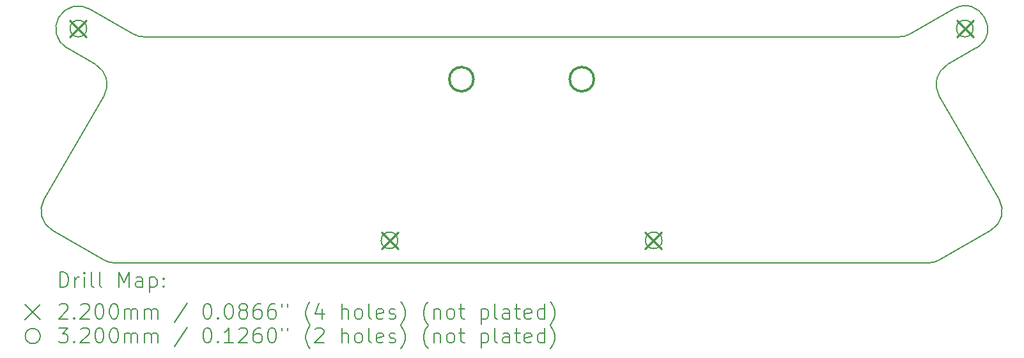
<source format=gbr>
%TF.GenerationSoftware,KiCad,Pcbnew,7.0.9*%
%TF.CreationDate,2024-01-11T17:23:22+09:00*%
%TF.ProjectId,KickerBoard,4b69636b-6572-4426-9f61-72642e6b6963,rev?*%
%TF.SameCoordinates,Original*%
%TF.FileFunction,Drillmap*%
%TF.FilePolarity,Positive*%
%FSLAX45Y45*%
G04 Gerber Fmt 4.5, Leading zero omitted, Abs format (unit mm)*
G04 Created by KiCad (PCBNEW 7.0.9) date 2024-01-11 17:23:22*
%MOMM*%
%LPD*%
G01*
G04 APERTURE LIST*
%ADD10C,0.200000*%
%ADD11C,0.220000*%
%ADD12C,0.320000*%
G04 APERTURE END LIST*
D10*
X19610490Y-8469415D02*
X19990875Y-8249800D01*
X19353717Y-11099799D02*
G75*
G03*
X19503717Y-11059608I3J299999D01*
G01*
X8209125Y-7989992D02*
G75*
G03*
X8209125Y-7989992I-110000J0D01*
G01*
X8586283Y-11099800D02*
X19353717Y-11099800D01*
X19950875Y-7989992D02*
G75*
G03*
X19950875Y-7989992I-110000J0D01*
G01*
X8439314Y-8879221D02*
G75*
G03*
X8329510Y-8469415I-259804J150001D01*
G01*
X8436284Y-11059607D02*
G75*
G03*
X8586283Y-11099800I149996J259787D01*
G01*
X20185769Y-10665827D02*
G75*
G03*
X20295575Y-10256018I-149999J259807D01*
G01*
X18970298Y-8099799D02*
G75*
G03*
X19120298Y-8059607I2J299999D01*
G01*
X19503717Y-11059608D02*
X20185768Y-10665826D01*
X8819703Y-8059606D02*
G75*
G03*
X8969702Y-8099800I149997J259786D01*
G01*
X19690875Y-7730185D02*
X19120298Y-8059608D01*
X18970298Y-8099800D02*
X8969702Y-8099800D01*
X7754232Y-10665826D02*
X8436283Y-11059608D01*
X8249125Y-7730184D02*
G75*
G03*
X7949125Y-8249800I-150001J-259808D01*
G01*
X7644426Y-10256019D02*
G75*
G03*
X7754232Y-10665826I259804J-150001D01*
G01*
X15830000Y-10799800D02*
G75*
G03*
X15830000Y-10799800I-110000J0D01*
G01*
X19610488Y-8469412D02*
G75*
G03*
X19500682Y-8879223I150002J-259808D01*
G01*
X8819702Y-8059608D02*
X8249125Y-7730185D01*
X12330000Y-10799800D02*
G75*
G03*
X12330000Y-10799800I-110000J0D01*
G01*
X20295575Y-10256018D02*
X19500682Y-8879223D01*
X19990870Y-8249792D02*
G75*
G03*
X19690875Y-7730185I-150000J259802D01*
G01*
X7949125Y-8249800D02*
X8329510Y-8469415D01*
X8439318Y-8879223D02*
X7644425Y-10256018D01*
D11*
X7987520Y-7880840D02*
X8207520Y-8100840D01*
X8207520Y-7880840D02*
X7987520Y-8100840D01*
X12112480Y-10690080D02*
X12332480Y-10910080D01*
X12332480Y-10690080D02*
X12112480Y-10910080D01*
X15607520Y-10690080D02*
X15827520Y-10910080D01*
X15827520Y-10690080D02*
X15607520Y-10910080D01*
X19732480Y-7880840D02*
X19952480Y-8100840D01*
X19952480Y-7880840D02*
X19732480Y-8100840D01*
D12*
X13332440Y-8661400D02*
G75*
G03*
X13332440Y-8661400I-160000J0D01*
G01*
X14927560Y-8661400D02*
G75*
G03*
X14927560Y-8661400I-160000J0D01*
G01*
D10*
X7855010Y-11421284D02*
X7855010Y-11221284D01*
X7855010Y-11221284D02*
X7902629Y-11221284D01*
X7902629Y-11221284D02*
X7931200Y-11230808D01*
X7931200Y-11230808D02*
X7950248Y-11249855D01*
X7950248Y-11249855D02*
X7959772Y-11268903D01*
X7959772Y-11268903D02*
X7969295Y-11306998D01*
X7969295Y-11306998D02*
X7969295Y-11335569D01*
X7969295Y-11335569D02*
X7959772Y-11373665D01*
X7959772Y-11373665D02*
X7950248Y-11392712D01*
X7950248Y-11392712D02*
X7931200Y-11411760D01*
X7931200Y-11411760D02*
X7902629Y-11421284D01*
X7902629Y-11421284D02*
X7855010Y-11421284D01*
X8055010Y-11421284D02*
X8055010Y-11287950D01*
X8055010Y-11326046D02*
X8064534Y-11306998D01*
X8064534Y-11306998D02*
X8074057Y-11297474D01*
X8074057Y-11297474D02*
X8093105Y-11287950D01*
X8093105Y-11287950D02*
X8112153Y-11287950D01*
X8178819Y-11421284D02*
X8178819Y-11287950D01*
X8178819Y-11221284D02*
X8169295Y-11230808D01*
X8169295Y-11230808D02*
X8178819Y-11240331D01*
X8178819Y-11240331D02*
X8188343Y-11230808D01*
X8188343Y-11230808D02*
X8178819Y-11221284D01*
X8178819Y-11221284D02*
X8178819Y-11240331D01*
X8302629Y-11421284D02*
X8283581Y-11411760D01*
X8283581Y-11411760D02*
X8274057Y-11392712D01*
X8274057Y-11392712D02*
X8274057Y-11221284D01*
X8407391Y-11421284D02*
X8388343Y-11411760D01*
X8388343Y-11411760D02*
X8378819Y-11392712D01*
X8378819Y-11392712D02*
X8378819Y-11221284D01*
X8635962Y-11421284D02*
X8635962Y-11221284D01*
X8635962Y-11221284D02*
X8702629Y-11364141D01*
X8702629Y-11364141D02*
X8769296Y-11221284D01*
X8769296Y-11221284D02*
X8769296Y-11421284D01*
X8950248Y-11421284D02*
X8950248Y-11316522D01*
X8950248Y-11316522D02*
X8940724Y-11297474D01*
X8940724Y-11297474D02*
X8921677Y-11287950D01*
X8921677Y-11287950D02*
X8883581Y-11287950D01*
X8883581Y-11287950D02*
X8864534Y-11297474D01*
X8950248Y-11411760D02*
X8931200Y-11421284D01*
X8931200Y-11421284D02*
X8883581Y-11421284D01*
X8883581Y-11421284D02*
X8864534Y-11411760D01*
X8864534Y-11411760D02*
X8855010Y-11392712D01*
X8855010Y-11392712D02*
X8855010Y-11373665D01*
X8855010Y-11373665D02*
X8864534Y-11354617D01*
X8864534Y-11354617D02*
X8883581Y-11345093D01*
X8883581Y-11345093D02*
X8931200Y-11345093D01*
X8931200Y-11345093D02*
X8950248Y-11335569D01*
X9045486Y-11287950D02*
X9045486Y-11487950D01*
X9045486Y-11297474D02*
X9064534Y-11287950D01*
X9064534Y-11287950D02*
X9102629Y-11287950D01*
X9102629Y-11287950D02*
X9121677Y-11297474D01*
X9121677Y-11297474D02*
X9131200Y-11306998D01*
X9131200Y-11306998D02*
X9140724Y-11326046D01*
X9140724Y-11326046D02*
X9140724Y-11383188D01*
X9140724Y-11383188D02*
X9131200Y-11402236D01*
X9131200Y-11402236D02*
X9121677Y-11411760D01*
X9121677Y-11411760D02*
X9102629Y-11421284D01*
X9102629Y-11421284D02*
X9064534Y-11421284D01*
X9064534Y-11421284D02*
X9045486Y-11411760D01*
X9226438Y-11402236D02*
X9235962Y-11411760D01*
X9235962Y-11411760D02*
X9226438Y-11421284D01*
X9226438Y-11421284D02*
X9216915Y-11411760D01*
X9216915Y-11411760D02*
X9226438Y-11402236D01*
X9226438Y-11402236D02*
X9226438Y-11421284D01*
X9226438Y-11297474D02*
X9235962Y-11306998D01*
X9235962Y-11306998D02*
X9226438Y-11316522D01*
X9226438Y-11316522D02*
X9216915Y-11306998D01*
X9216915Y-11306998D02*
X9226438Y-11297474D01*
X9226438Y-11297474D02*
X9226438Y-11316522D01*
X7394233Y-11649800D02*
X7594233Y-11849800D01*
X7594233Y-11649800D02*
X7394233Y-11849800D01*
X7845486Y-11660331D02*
X7855010Y-11650808D01*
X7855010Y-11650808D02*
X7874057Y-11641284D01*
X7874057Y-11641284D02*
X7921676Y-11641284D01*
X7921676Y-11641284D02*
X7940724Y-11650808D01*
X7940724Y-11650808D02*
X7950248Y-11660331D01*
X7950248Y-11660331D02*
X7959772Y-11679379D01*
X7959772Y-11679379D02*
X7959772Y-11698427D01*
X7959772Y-11698427D02*
X7950248Y-11726998D01*
X7950248Y-11726998D02*
X7835962Y-11841284D01*
X7835962Y-11841284D02*
X7959772Y-11841284D01*
X8045486Y-11822236D02*
X8055010Y-11831760D01*
X8055010Y-11831760D02*
X8045486Y-11841284D01*
X8045486Y-11841284D02*
X8035962Y-11831760D01*
X8035962Y-11831760D02*
X8045486Y-11822236D01*
X8045486Y-11822236D02*
X8045486Y-11841284D01*
X8131200Y-11660331D02*
X8140724Y-11650808D01*
X8140724Y-11650808D02*
X8159772Y-11641284D01*
X8159772Y-11641284D02*
X8207391Y-11641284D01*
X8207391Y-11641284D02*
X8226438Y-11650808D01*
X8226438Y-11650808D02*
X8235962Y-11660331D01*
X8235962Y-11660331D02*
X8245486Y-11679379D01*
X8245486Y-11679379D02*
X8245486Y-11698427D01*
X8245486Y-11698427D02*
X8235962Y-11726998D01*
X8235962Y-11726998D02*
X8121676Y-11841284D01*
X8121676Y-11841284D02*
X8245486Y-11841284D01*
X8369295Y-11641284D02*
X8388343Y-11641284D01*
X8388343Y-11641284D02*
X8407391Y-11650808D01*
X8407391Y-11650808D02*
X8416915Y-11660331D01*
X8416915Y-11660331D02*
X8426438Y-11679379D01*
X8426438Y-11679379D02*
X8435962Y-11717474D01*
X8435962Y-11717474D02*
X8435962Y-11765093D01*
X8435962Y-11765093D02*
X8426438Y-11803188D01*
X8426438Y-11803188D02*
X8416915Y-11822236D01*
X8416915Y-11822236D02*
X8407391Y-11831760D01*
X8407391Y-11831760D02*
X8388343Y-11841284D01*
X8388343Y-11841284D02*
X8369295Y-11841284D01*
X8369295Y-11841284D02*
X8350248Y-11831760D01*
X8350248Y-11831760D02*
X8340724Y-11822236D01*
X8340724Y-11822236D02*
X8331200Y-11803188D01*
X8331200Y-11803188D02*
X8321676Y-11765093D01*
X8321676Y-11765093D02*
X8321676Y-11717474D01*
X8321676Y-11717474D02*
X8331200Y-11679379D01*
X8331200Y-11679379D02*
X8340724Y-11660331D01*
X8340724Y-11660331D02*
X8350248Y-11650808D01*
X8350248Y-11650808D02*
X8369295Y-11641284D01*
X8559772Y-11641284D02*
X8578819Y-11641284D01*
X8578819Y-11641284D02*
X8597867Y-11650808D01*
X8597867Y-11650808D02*
X8607391Y-11660331D01*
X8607391Y-11660331D02*
X8616915Y-11679379D01*
X8616915Y-11679379D02*
X8626438Y-11717474D01*
X8626438Y-11717474D02*
X8626438Y-11765093D01*
X8626438Y-11765093D02*
X8616915Y-11803188D01*
X8616915Y-11803188D02*
X8607391Y-11822236D01*
X8607391Y-11822236D02*
X8597867Y-11831760D01*
X8597867Y-11831760D02*
X8578819Y-11841284D01*
X8578819Y-11841284D02*
X8559772Y-11841284D01*
X8559772Y-11841284D02*
X8540724Y-11831760D01*
X8540724Y-11831760D02*
X8531200Y-11822236D01*
X8531200Y-11822236D02*
X8521677Y-11803188D01*
X8521677Y-11803188D02*
X8512153Y-11765093D01*
X8512153Y-11765093D02*
X8512153Y-11717474D01*
X8512153Y-11717474D02*
X8521677Y-11679379D01*
X8521677Y-11679379D02*
X8531200Y-11660331D01*
X8531200Y-11660331D02*
X8540724Y-11650808D01*
X8540724Y-11650808D02*
X8559772Y-11641284D01*
X8712153Y-11841284D02*
X8712153Y-11707950D01*
X8712153Y-11726998D02*
X8721677Y-11717474D01*
X8721677Y-11717474D02*
X8740724Y-11707950D01*
X8740724Y-11707950D02*
X8769296Y-11707950D01*
X8769296Y-11707950D02*
X8788343Y-11717474D01*
X8788343Y-11717474D02*
X8797867Y-11736522D01*
X8797867Y-11736522D02*
X8797867Y-11841284D01*
X8797867Y-11736522D02*
X8807391Y-11717474D01*
X8807391Y-11717474D02*
X8826438Y-11707950D01*
X8826438Y-11707950D02*
X8855010Y-11707950D01*
X8855010Y-11707950D02*
X8874058Y-11717474D01*
X8874058Y-11717474D02*
X8883581Y-11736522D01*
X8883581Y-11736522D02*
X8883581Y-11841284D01*
X8978819Y-11841284D02*
X8978819Y-11707950D01*
X8978819Y-11726998D02*
X8988343Y-11717474D01*
X8988343Y-11717474D02*
X9007391Y-11707950D01*
X9007391Y-11707950D02*
X9035962Y-11707950D01*
X9035962Y-11707950D02*
X9055010Y-11717474D01*
X9055010Y-11717474D02*
X9064534Y-11736522D01*
X9064534Y-11736522D02*
X9064534Y-11841284D01*
X9064534Y-11736522D02*
X9074058Y-11717474D01*
X9074058Y-11717474D02*
X9093105Y-11707950D01*
X9093105Y-11707950D02*
X9121677Y-11707950D01*
X9121677Y-11707950D02*
X9140724Y-11717474D01*
X9140724Y-11717474D02*
X9150248Y-11736522D01*
X9150248Y-11736522D02*
X9150248Y-11841284D01*
X9540724Y-11631760D02*
X9369296Y-11888903D01*
X9797867Y-11641284D02*
X9816915Y-11641284D01*
X9816915Y-11641284D02*
X9835962Y-11650808D01*
X9835962Y-11650808D02*
X9845486Y-11660331D01*
X9845486Y-11660331D02*
X9855010Y-11679379D01*
X9855010Y-11679379D02*
X9864534Y-11717474D01*
X9864534Y-11717474D02*
X9864534Y-11765093D01*
X9864534Y-11765093D02*
X9855010Y-11803188D01*
X9855010Y-11803188D02*
X9845486Y-11822236D01*
X9845486Y-11822236D02*
X9835962Y-11831760D01*
X9835962Y-11831760D02*
X9816915Y-11841284D01*
X9816915Y-11841284D02*
X9797867Y-11841284D01*
X9797867Y-11841284D02*
X9778820Y-11831760D01*
X9778820Y-11831760D02*
X9769296Y-11822236D01*
X9769296Y-11822236D02*
X9759772Y-11803188D01*
X9759772Y-11803188D02*
X9750248Y-11765093D01*
X9750248Y-11765093D02*
X9750248Y-11717474D01*
X9750248Y-11717474D02*
X9759772Y-11679379D01*
X9759772Y-11679379D02*
X9769296Y-11660331D01*
X9769296Y-11660331D02*
X9778820Y-11650808D01*
X9778820Y-11650808D02*
X9797867Y-11641284D01*
X9950248Y-11822236D02*
X9959772Y-11831760D01*
X9959772Y-11831760D02*
X9950248Y-11841284D01*
X9950248Y-11841284D02*
X9940724Y-11831760D01*
X9940724Y-11831760D02*
X9950248Y-11822236D01*
X9950248Y-11822236D02*
X9950248Y-11841284D01*
X10083581Y-11641284D02*
X10102629Y-11641284D01*
X10102629Y-11641284D02*
X10121677Y-11650808D01*
X10121677Y-11650808D02*
X10131201Y-11660331D01*
X10131201Y-11660331D02*
X10140724Y-11679379D01*
X10140724Y-11679379D02*
X10150248Y-11717474D01*
X10150248Y-11717474D02*
X10150248Y-11765093D01*
X10150248Y-11765093D02*
X10140724Y-11803188D01*
X10140724Y-11803188D02*
X10131201Y-11822236D01*
X10131201Y-11822236D02*
X10121677Y-11831760D01*
X10121677Y-11831760D02*
X10102629Y-11841284D01*
X10102629Y-11841284D02*
X10083581Y-11841284D01*
X10083581Y-11841284D02*
X10064534Y-11831760D01*
X10064534Y-11831760D02*
X10055010Y-11822236D01*
X10055010Y-11822236D02*
X10045486Y-11803188D01*
X10045486Y-11803188D02*
X10035962Y-11765093D01*
X10035962Y-11765093D02*
X10035962Y-11717474D01*
X10035962Y-11717474D02*
X10045486Y-11679379D01*
X10045486Y-11679379D02*
X10055010Y-11660331D01*
X10055010Y-11660331D02*
X10064534Y-11650808D01*
X10064534Y-11650808D02*
X10083581Y-11641284D01*
X10264534Y-11726998D02*
X10245486Y-11717474D01*
X10245486Y-11717474D02*
X10235962Y-11707950D01*
X10235962Y-11707950D02*
X10226439Y-11688903D01*
X10226439Y-11688903D02*
X10226439Y-11679379D01*
X10226439Y-11679379D02*
X10235962Y-11660331D01*
X10235962Y-11660331D02*
X10245486Y-11650808D01*
X10245486Y-11650808D02*
X10264534Y-11641284D01*
X10264534Y-11641284D02*
X10302629Y-11641284D01*
X10302629Y-11641284D02*
X10321677Y-11650808D01*
X10321677Y-11650808D02*
X10331201Y-11660331D01*
X10331201Y-11660331D02*
X10340724Y-11679379D01*
X10340724Y-11679379D02*
X10340724Y-11688903D01*
X10340724Y-11688903D02*
X10331201Y-11707950D01*
X10331201Y-11707950D02*
X10321677Y-11717474D01*
X10321677Y-11717474D02*
X10302629Y-11726998D01*
X10302629Y-11726998D02*
X10264534Y-11726998D01*
X10264534Y-11726998D02*
X10245486Y-11736522D01*
X10245486Y-11736522D02*
X10235962Y-11746046D01*
X10235962Y-11746046D02*
X10226439Y-11765093D01*
X10226439Y-11765093D02*
X10226439Y-11803188D01*
X10226439Y-11803188D02*
X10235962Y-11822236D01*
X10235962Y-11822236D02*
X10245486Y-11831760D01*
X10245486Y-11831760D02*
X10264534Y-11841284D01*
X10264534Y-11841284D02*
X10302629Y-11841284D01*
X10302629Y-11841284D02*
X10321677Y-11831760D01*
X10321677Y-11831760D02*
X10331201Y-11822236D01*
X10331201Y-11822236D02*
X10340724Y-11803188D01*
X10340724Y-11803188D02*
X10340724Y-11765093D01*
X10340724Y-11765093D02*
X10331201Y-11746046D01*
X10331201Y-11746046D02*
X10321677Y-11736522D01*
X10321677Y-11736522D02*
X10302629Y-11726998D01*
X10512153Y-11641284D02*
X10474058Y-11641284D01*
X10474058Y-11641284D02*
X10455010Y-11650808D01*
X10455010Y-11650808D02*
X10445486Y-11660331D01*
X10445486Y-11660331D02*
X10426439Y-11688903D01*
X10426439Y-11688903D02*
X10416915Y-11726998D01*
X10416915Y-11726998D02*
X10416915Y-11803188D01*
X10416915Y-11803188D02*
X10426439Y-11822236D01*
X10426439Y-11822236D02*
X10435962Y-11831760D01*
X10435962Y-11831760D02*
X10455010Y-11841284D01*
X10455010Y-11841284D02*
X10493105Y-11841284D01*
X10493105Y-11841284D02*
X10512153Y-11831760D01*
X10512153Y-11831760D02*
X10521677Y-11822236D01*
X10521677Y-11822236D02*
X10531201Y-11803188D01*
X10531201Y-11803188D02*
X10531201Y-11755569D01*
X10531201Y-11755569D02*
X10521677Y-11736522D01*
X10521677Y-11736522D02*
X10512153Y-11726998D01*
X10512153Y-11726998D02*
X10493105Y-11717474D01*
X10493105Y-11717474D02*
X10455010Y-11717474D01*
X10455010Y-11717474D02*
X10435962Y-11726998D01*
X10435962Y-11726998D02*
X10426439Y-11736522D01*
X10426439Y-11736522D02*
X10416915Y-11755569D01*
X10702629Y-11641284D02*
X10664534Y-11641284D01*
X10664534Y-11641284D02*
X10645486Y-11650808D01*
X10645486Y-11650808D02*
X10635962Y-11660331D01*
X10635962Y-11660331D02*
X10616915Y-11688903D01*
X10616915Y-11688903D02*
X10607391Y-11726998D01*
X10607391Y-11726998D02*
X10607391Y-11803188D01*
X10607391Y-11803188D02*
X10616915Y-11822236D01*
X10616915Y-11822236D02*
X10626439Y-11831760D01*
X10626439Y-11831760D02*
X10645486Y-11841284D01*
X10645486Y-11841284D02*
X10683582Y-11841284D01*
X10683582Y-11841284D02*
X10702629Y-11831760D01*
X10702629Y-11831760D02*
X10712153Y-11822236D01*
X10712153Y-11822236D02*
X10721677Y-11803188D01*
X10721677Y-11803188D02*
X10721677Y-11755569D01*
X10721677Y-11755569D02*
X10712153Y-11736522D01*
X10712153Y-11736522D02*
X10702629Y-11726998D01*
X10702629Y-11726998D02*
X10683582Y-11717474D01*
X10683582Y-11717474D02*
X10645486Y-11717474D01*
X10645486Y-11717474D02*
X10626439Y-11726998D01*
X10626439Y-11726998D02*
X10616915Y-11736522D01*
X10616915Y-11736522D02*
X10607391Y-11755569D01*
X10797867Y-11641284D02*
X10797867Y-11679379D01*
X10874058Y-11641284D02*
X10874058Y-11679379D01*
X11169296Y-11917474D02*
X11159772Y-11907950D01*
X11159772Y-11907950D02*
X11140724Y-11879379D01*
X11140724Y-11879379D02*
X11131201Y-11860331D01*
X11131201Y-11860331D02*
X11121677Y-11831760D01*
X11121677Y-11831760D02*
X11112153Y-11784141D01*
X11112153Y-11784141D02*
X11112153Y-11746046D01*
X11112153Y-11746046D02*
X11121677Y-11698427D01*
X11121677Y-11698427D02*
X11131201Y-11669855D01*
X11131201Y-11669855D02*
X11140724Y-11650808D01*
X11140724Y-11650808D02*
X11159772Y-11622236D01*
X11159772Y-11622236D02*
X11169296Y-11612712D01*
X11331201Y-11707950D02*
X11331201Y-11841284D01*
X11283581Y-11631760D02*
X11235962Y-11774617D01*
X11235962Y-11774617D02*
X11359772Y-11774617D01*
X11588343Y-11841284D02*
X11588343Y-11641284D01*
X11674058Y-11841284D02*
X11674058Y-11736522D01*
X11674058Y-11736522D02*
X11664534Y-11717474D01*
X11664534Y-11717474D02*
X11645486Y-11707950D01*
X11645486Y-11707950D02*
X11616915Y-11707950D01*
X11616915Y-11707950D02*
X11597867Y-11717474D01*
X11597867Y-11717474D02*
X11588343Y-11726998D01*
X11797867Y-11841284D02*
X11778820Y-11831760D01*
X11778820Y-11831760D02*
X11769296Y-11822236D01*
X11769296Y-11822236D02*
X11759772Y-11803188D01*
X11759772Y-11803188D02*
X11759772Y-11746046D01*
X11759772Y-11746046D02*
X11769296Y-11726998D01*
X11769296Y-11726998D02*
X11778820Y-11717474D01*
X11778820Y-11717474D02*
X11797867Y-11707950D01*
X11797867Y-11707950D02*
X11826439Y-11707950D01*
X11826439Y-11707950D02*
X11845486Y-11717474D01*
X11845486Y-11717474D02*
X11855010Y-11726998D01*
X11855010Y-11726998D02*
X11864534Y-11746046D01*
X11864534Y-11746046D02*
X11864534Y-11803188D01*
X11864534Y-11803188D02*
X11855010Y-11822236D01*
X11855010Y-11822236D02*
X11845486Y-11831760D01*
X11845486Y-11831760D02*
X11826439Y-11841284D01*
X11826439Y-11841284D02*
X11797867Y-11841284D01*
X11978820Y-11841284D02*
X11959772Y-11831760D01*
X11959772Y-11831760D02*
X11950248Y-11812712D01*
X11950248Y-11812712D02*
X11950248Y-11641284D01*
X12131201Y-11831760D02*
X12112153Y-11841284D01*
X12112153Y-11841284D02*
X12074058Y-11841284D01*
X12074058Y-11841284D02*
X12055010Y-11831760D01*
X12055010Y-11831760D02*
X12045486Y-11812712D01*
X12045486Y-11812712D02*
X12045486Y-11736522D01*
X12045486Y-11736522D02*
X12055010Y-11717474D01*
X12055010Y-11717474D02*
X12074058Y-11707950D01*
X12074058Y-11707950D02*
X12112153Y-11707950D01*
X12112153Y-11707950D02*
X12131201Y-11717474D01*
X12131201Y-11717474D02*
X12140724Y-11736522D01*
X12140724Y-11736522D02*
X12140724Y-11755569D01*
X12140724Y-11755569D02*
X12045486Y-11774617D01*
X12216915Y-11831760D02*
X12235963Y-11841284D01*
X12235963Y-11841284D02*
X12274058Y-11841284D01*
X12274058Y-11841284D02*
X12293105Y-11831760D01*
X12293105Y-11831760D02*
X12302629Y-11812712D01*
X12302629Y-11812712D02*
X12302629Y-11803188D01*
X12302629Y-11803188D02*
X12293105Y-11784141D01*
X12293105Y-11784141D02*
X12274058Y-11774617D01*
X12274058Y-11774617D02*
X12245486Y-11774617D01*
X12245486Y-11774617D02*
X12226439Y-11765093D01*
X12226439Y-11765093D02*
X12216915Y-11746046D01*
X12216915Y-11746046D02*
X12216915Y-11736522D01*
X12216915Y-11736522D02*
X12226439Y-11717474D01*
X12226439Y-11717474D02*
X12245486Y-11707950D01*
X12245486Y-11707950D02*
X12274058Y-11707950D01*
X12274058Y-11707950D02*
X12293105Y-11717474D01*
X12369296Y-11917474D02*
X12378820Y-11907950D01*
X12378820Y-11907950D02*
X12397867Y-11879379D01*
X12397867Y-11879379D02*
X12407391Y-11860331D01*
X12407391Y-11860331D02*
X12416915Y-11831760D01*
X12416915Y-11831760D02*
X12426439Y-11784141D01*
X12426439Y-11784141D02*
X12426439Y-11746046D01*
X12426439Y-11746046D02*
X12416915Y-11698427D01*
X12416915Y-11698427D02*
X12407391Y-11669855D01*
X12407391Y-11669855D02*
X12397867Y-11650808D01*
X12397867Y-11650808D02*
X12378820Y-11622236D01*
X12378820Y-11622236D02*
X12369296Y-11612712D01*
X12731201Y-11917474D02*
X12721677Y-11907950D01*
X12721677Y-11907950D02*
X12702629Y-11879379D01*
X12702629Y-11879379D02*
X12693105Y-11860331D01*
X12693105Y-11860331D02*
X12683582Y-11831760D01*
X12683582Y-11831760D02*
X12674058Y-11784141D01*
X12674058Y-11784141D02*
X12674058Y-11746046D01*
X12674058Y-11746046D02*
X12683582Y-11698427D01*
X12683582Y-11698427D02*
X12693105Y-11669855D01*
X12693105Y-11669855D02*
X12702629Y-11650808D01*
X12702629Y-11650808D02*
X12721677Y-11622236D01*
X12721677Y-11622236D02*
X12731201Y-11612712D01*
X12807391Y-11707950D02*
X12807391Y-11841284D01*
X12807391Y-11726998D02*
X12816915Y-11717474D01*
X12816915Y-11717474D02*
X12835963Y-11707950D01*
X12835963Y-11707950D02*
X12864534Y-11707950D01*
X12864534Y-11707950D02*
X12883582Y-11717474D01*
X12883582Y-11717474D02*
X12893105Y-11736522D01*
X12893105Y-11736522D02*
X12893105Y-11841284D01*
X13016915Y-11841284D02*
X12997867Y-11831760D01*
X12997867Y-11831760D02*
X12988344Y-11822236D01*
X12988344Y-11822236D02*
X12978820Y-11803188D01*
X12978820Y-11803188D02*
X12978820Y-11746046D01*
X12978820Y-11746046D02*
X12988344Y-11726998D01*
X12988344Y-11726998D02*
X12997867Y-11717474D01*
X12997867Y-11717474D02*
X13016915Y-11707950D01*
X13016915Y-11707950D02*
X13045486Y-11707950D01*
X13045486Y-11707950D02*
X13064534Y-11717474D01*
X13064534Y-11717474D02*
X13074058Y-11726998D01*
X13074058Y-11726998D02*
X13083582Y-11746046D01*
X13083582Y-11746046D02*
X13083582Y-11803188D01*
X13083582Y-11803188D02*
X13074058Y-11822236D01*
X13074058Y-11822236D02*
X13064534Y-11831760D01*
X13064534Y-11831760D02*
X13045486Y-11841284D01*
X13045486Y-11841284D02*
X13016915Y-11841284D01*
X13140725Y-11707950D02*
X13216915Y-11707950D01*
X13169296Y-11641284D02*
X13169296Y-11812712D01*
X13169296Y-11812712D02*
X13178820Y-11831760D01*
X13178820Y-11831760D02*
X13197867Y-11841284D01*
X13197867Y-11841284D02*
X13216915Y-11841284D01*
X13435963Y-11707950D02*
X13435963Y-11907950D01*
X13435963Y-11717474D02*
X13455010Y-11707950D01*
X13455010Y-11707950D02*
X13493106Y-11707950D01*
X13493106Y-11707950D02*
X13512153Y-11717474D01*
X13512153Y-11717474D02*
X13521677Y-11726998D01*
X13521677Y-11726998D02*
X13531201Y-11746046D01*
X13531201Y-11746046D02*
X13531201Y-11803188D01*
X13531201Y-11803188D02*
X13521677Y-11822236D01*
X13521677Y-11822236D02*
X13512153Y-11831760D01*
X13512153Y-11831760D02*
X13493106Y-11841284D01*
X13493106Y-11841284D02*
X13455010Y-11841284D01*
X13455010Y-11841284D02*
X13435963Y-11831760D01*
X13645486Y-11841284D02*
X13626439Y-11831760D01*
X13626439Y-11831760D02*
X13616915Y-11812712D01*
X13616915Y-11812712D02*
X13616915Y-11641284D01*
X13807391Y-11841284D02*
X13807391Y-11736522D01*
X13807391Y-11736522D02*
X13797867Y-11717474D01*
X13797867Y-11717474D02*
X13778820Y-11707950D01*
X13778820Y-11707950D02*
X13740725Y-11707950D01*
X13740725Y-11707950D02*
X13721677Y-11717474D01*
X13807391Y-11831760D02*
X13788344Y-11841284D01*
X13788344Y-11841284D02*
X13740725Y-11841284D01*
X13740725Y-11841284D02*
X13721677Y-11831760D01*
X13721677Y-11831760D02*
X13712153Y-11812712D01*
X13712153Y-11812712D02*
X13712153Y-11793665D01*
X13712153Y-11793665D02*
X13721677Y-11774617D01*
X13721677Y-11774617D02*
X13740725Y-11765093D01*
X13740725Y-11765093D02*
X13788344Y-11765093D01*
X13788344Y-11765093D02*
X13807391Y-11755569D01*
X13874058Y-11707950D02*
X13950248Y-11707950D01*
X13902629Y-11641284D02*
X13902629Y-11812712D01*
X13902629Y-11812712D02*
X13912153Y-11831760D01*
X13912153Y-11831760D02*
X13931201Y-11841284D01*
X13931201Y-11841284D02*
X13950248Y-11841284D01*
X14093106Y-11831760D02*
X14074058Y-11841284D01*
X14074058Y-11841284D02*
X14035963Y-11841284D01*
X14035963Y-11841284D02*
X14016915Y-11831760D01*
X14016915Y-11831760D02*
X14007391Y-11812712D01*
X14007391Y-11812712D02*
X14007391Y-11736522D01*
X14007391Y-11736522D02*
X14016915Y-11717474D01*
X14016915Y-11717474D02*
X14035963Y-11707950D01*
X14035963Y-11707950D02*
X14074058Y-11707950D01*
X14074058Y-11707950D02*
X14093106Y-11717474D01*
X14093106Y-11717474D02*
X14102629Y-11736522D01*
X14102629Y-11736522D02*
X14102629Y-11755569D01*
X14102629Y-11755569D02*
X14007391Y-11774617D01*
X14274058Y-11841284D02*
X14274058Y-11641284D01*
X14274058Y-11831760D02*
X14255010Y-11841284D01*
X14255010Y-11841284D02*
X14216915Y-11841284D01*
X14216915Y-11841284D02*
X14197867Y-11831760D01*
X14197867Y-11831760D02*
X14188344Y-11822236D01*
X14188344Y-11822236D02*
X14178820Y-11803188D01*
X14178820Y-11803188D02*
X14178820Y-11746046D01*
X14178820Y-11746046D02*
X14188344Y-11726998D01*
X14188344Y-11726998D02*
X14197867Y-11717474D01*
X14197867Y-11717474D02*
X14216915Y-11707950D01*
X14216915Y-11707950D02*
X14255010Y-11707950D01*
X14255010Y-11707950D02*
X14274058Y-11717474D01*
X14350248Y-11917474D02*
X14359772Y-11907950D01*
X14359772Y-11907950D02*
X14378820Y-11879379D01*
X14378820Y-11879379D02*
X14388344Y-11860331D01*
X14388344Y-11860331D02*
X14397867Y-11831760D01*
X14397867Y-11831760D02*
X14407391Y-11784141D01*
X14407391Y-11784141D02*
X14407391Y-11746046D01*
X14407391Y-11746046D02*
X14397867Y-11698427D01*
X14397867Y-11698427D02*
X14388344Y-11669855D01*
X14388344Y-11669855D02*
X14378820Y-11650808D01*
X14378820Y-11650808D02*
X14359772Y-11622236D01*
X14359772Y-11622236D02*
X14350248Y-11612712D01*
X7594233Y-12069800D02*
G75*
G03*
X7594233Y-12069800I-100000J0D01*
G01*
X7835962Y-11961284D02*
X7959772Y-11961284D01*
X7959772Y-11961284D02*
X7893105Y-12037474D01*
X7893105Y-12037474D02*
X7921676Y-12037474D01*
X7921676Y-12037474D02*
X7940724Y-12046998D01*
X7940724Y-12046998D02*
X7950248Y-12056522D01*
X7950248Y-12056522D02*
X7959772Y-12075569D01*
X7959772Y-12075569D02*
X7959772Y-12123188D01*
X7959772Y-12123188D02*
X7950248Y-12142236D01*
X7950248Y-12142236D02*
X7940724Y-12151760D01*
X7940724Y-12151760D02*
X7921676Y-12161284D01*
X7921676Y-12161284D02*
X7864534Y-12161284D01*
X7864534Y-12161284D02*
X7845486Y-12151760D01*
X7845486Y-12151760D02*
X7835962Y-12142236D01*
X8045486Y-12142236D02*
X8055010Y-12151760D01*
X8055010Y-12151760D02*
X8045486Y-12161284D01*
X8045486Y-12161284D02*
X8035962Y-12151760D01*
X8035962Y-12151760D02*
X8045486Y-12142236D01*
X8045486Y-12142236D02*
X8045486Y-12161284D01*
X8131200Y-11980331D02*
X8140724Y-11970808D01*
X8140724Y-11970808D02*
X8159772Y-11961284D01*
X8159772Y-11961284D02*
X8207391Y-11961284D01*
X8207391Y-11961284D02*
X8226438Y-11970808D01*
X8226438Y-11970808D02*
X8235962Y-11980331D01*
X8235962Y-11980331D02*
X8245486Y-11999379D01*
X8245486Y-11999379D02*
X8245486Y-12018427D01*
X8245486Y-12018427D02*
X8235962Y-12046998D01*
X8235962Y-12046998D02*
X8121676Y-12161284D01*
X8121676Y-12161284D02*
X8245486Y-12161284D01*
X8369295Y-11961284D02*
X8388343Y-11961284D01*
X8388343Y-11961284D02*
X8407391Y-11970808D01*
X8407391Y-11970808D02*
X8416915Y-11980331D01*
X8416915Y-11980331D02*
X8426438Y-11999379D01*
X8426438Y-11999379D02*
X8435962Y-12037474D01*
X8435962Y-12037474D02*
X8435962Y-12085093D01*
X8435962Y-12085093D02*
X8426438Y-12123188D01*
X8426438Y-12123188D02*
X8416915Y-12142236D01*
X8416915Y-12142236D02*
X8407391Y-12151760D01*
X8407391Y-12151760D02*
X8388343Y-12161284D01*
X8388343Y-12161284D02*
X8369295Y-12161284D01*
X8369295Y-12161284D02*
X8350248Y-12151760D01*
X8350248Y-12151760D02*
X8340724Y-12142236D01*
X8340724Y-12142236D02*
X8331200Y-12123188D01*
X8331200Y-12123188D02*
X8321676Y-12085093D01*
X8321676Y-12085093D02*
X8321676Y-12037474D01*
X8321676Y-12037474D02*
X8331200Y-11999379D01*
X8331200Y-11999379D02*
X8340724Y-11980331D01*
X8340724Y-11980331D02*
X8350248Y-11970808D01*
X8350248Y-11970808D02*
X8369295Y-11961284D01*
X8559772Y-11961284D02*
X8578819Y-11961284D01*
X8578819Y-11961284D02*
X8597867Y-11970808D01*
X8597867Y-11970808D02*
X8607391Y-11980331D01*
X8607391Y-11980331D02*
X8616915Y-11999379D01*
X8616915Y-11999379D02*
X8626438Y-12037474D01*
X8626438Y-12037474D02*
X8626438Y-12085093D01*
X8626438Y-12085093D02*
X8616915Y-12123188D01*
X8616915Y-12123188D02*
X8607391Y-12142236D01*
X8607391Y-12142236D02*
X8597867Y-12151760D01*
X8597867Y-12151760D02*
X8578819Y-12161284D01*
X8578819Y-12161284D02*
X8559772Y-12161284D01*
X8559772Y-12161284D02*
X8540724Y-12151760D01*
X8540724Y-12151760D02*
X8531200Y-12142236D01*
X8531200Y-12142236D02*
X8521677Y-12123188D01*
X8521677Y-12123188D02*
X8512153Y-12085093D01*
X8512153Y-12085093D02*
X8512153Y-12037474D01*
X8512153Y-12037474D02*
X8521677Y-11999379D01*
X8521677Y-11999379D02*
X8531200Y-11980331D01*
X8531200Y-11980331D02*
X8540724Y-11970808D01*
X8540724Y-11970808D02*
X8559772Y-11961284D01*
X8712153Y-12161284D02*
X8712153Y-12027950D01*
X8712153Y-12046998D02*
X8721677Y-12037474D01*
X8721677Y-12037474D02*
X8740724Y-12027950D01*
X8740724Y-12027950D02*
X8769296Y-12027950D01*
X8769296Y-12027950D02*
X8788343Y-12037474D01*
X8788343Y-12037474D02*
X8797867Y-12056522D01*
X8797867Y-12056522D02*
X8797867Y-12161284D01*
X8797867Y-12056522D02*
X8807391Y-12037474D01*
X8807391Y-12037474D02*
X8826438Y-12027950D01*
X8826438Y-12027950D02*
X8855010Y-12027950D01*
X8855010Y-12027950D02*
X8874058Y-12037474D01*
X8874058Y-12037474D02*
X8883581Y-12056522D01*
X8883581Y-12056522D02*
X8883581Y-12161284D01*
X8978819Y-12161284D02*
X8978819Y-12027950D01*
X8978819Y-12046998D02*
X8988343Y-12037474D01*
X8988343Y-12037474D02*
X9007391Y-12027950D01*
X9007391Y-12027950D02*
X9035962Y-12027950D01*
X9035962Y-12027950D02*
X9055010Y-12037474D01*
X9055010Y-12037474D02*
X9064534Y-12056522D01*
X9064534Y-12056522D02*
X9064534Y-12161284D01*
X9064534Y-12056522D02*
X9074058Y-12037474D01*
X9074058Y-12037474D02*
X9093105Y-12027950D01*
X9093105Y-12027950D02*
X9121677Y-12027950D01*
X9121677Y-12027950D02*
X9140724Y-12037474D01*
X9140724Y-12037474D02*
X9150248Y-12056522D01*
X9150248Y-12056522D02*
X9150248Y-12161284D01*
X9540724Y-11951760D02*
X9369296Y-12208903D01*
X9797867Y-11961284D02*
X9816915Y-11961284D01*
X9816915Y-11961284D02*
X9835962Y-11970808D01*
X9835962Y-11970808D02*
X9845486Y-11980331D01*
X9845486Y-11980331D02*
X9855010Y-11999379D01*
X9855010Y-11999379D02*
X9864534Y-12037474D01*
X9864534Y-12037474D02*
X9864534Y-12085093D01*
X9864534Y-12085093D02*
X9855010Y-12123188D01*
X9855010Y-12123188D02*
X9845486Y-12142236D01*
X9845486Y-12142236D02*
X9835962Y-12151760D01*
X9835962Y-12151760D02*
X9816915Y-12161284D01*
X9816915Y-12161284D02*
X9797867Y-12161284D01*
X9797867Y-12161284D02*
X9778820Y-12151760D01*
X9778820Y-12151760D02*
X9769296Y-12142236D01*
X9769296Y-12142236D02*
X9759772Y-12123188D01*
X9759772Y-12123188D02*
X9750248Y-12085093D01*
X9750248Y-12085093D02*
X9750248Y-12037474D01*
X9750248Y-12037474D02*
X9759772Y-11999379D01*
X9759772Y-11999379D02*
X9769296Y-11980331D01*
X9769296Y-11980331D02*
X9778820Y-11970808D01*
X9778820Y-11970808D02*
X9797867Y-11961284D01*
X9950248Y-12142236D02*
X9959772Y-12151760D01*
X9959772Y-12151760D02*
X9950248Y-12161284D01*
X9950248Y-12161284D02*
X9940724Y-12151760D01*
X9940724Y-12151760D02*
X9950248Y-12142236D01*
X9950248Y-12142236D02*
X9950248Y-12161284D01*
X10150248Y-12161284D02*
X10035962Y-12161284D01*
X10093105Y-12161284D02*
X10093105Y-11961284D01*
X10093105Y-11961284D02*
X10074058Y-11989855D01*
X10074058Y-11989855D02*
X10055010Y-12008903D01*
X10055010Y-12008903D02*
X10035962Y-12018427D01*
X10226439Y-11980331D02*
X10235962Y-11970808D01*
X10235962Y-11970808D02*
X10255010Y-11961284D01*
X10255010Y-11961284D02*
X10302629Y-11961284D01*
X10302629Y-11961284D02*
X10321677Y-11970808D01*
X10321677Y-11970808D02*
X10331201Y-11980331D01*
X10331201Y-11980331D02*
X10340724Y-11999379D01*
X10340724Y-11999379D02*
X10340724Y-12018427D01*
X10340724Y-12018427D02*
X10331201Y-12046998D01*
X10331201Y-12046998D02*
X10216915Y-12161284D01*
X10216915Y-12161284D02*
X10340724Y-12161284D01*
X10512153Y-11961284D02*
X10474058Y-11961284D01*
X10474058Y-11961284D02*
X10455010Y-11970808D01*
X10455010Y-11970808D02*
X10445486Y-11980331D01*
X10445486Y-11980331D02*
X10426439Y-12008903D01*
X10426439Y-12008903D02*
X10416915Y-12046998D01*
X10416915Y-12046998D02*
X10416915Y-12123188D01*
X10416915Y-12123188D02*
X10426439Y-12142236D01*
X10426439Y-12142236D02*
X10435962Y-12151760D01*
X10435962Y-12151760D02*
X10455010Y-12161284D01*
X10455010Y-12161284D02*
X10493105Y-12161284D01*
X10493105Y-12161284D02*
X10512153Y-12151760D01*
X10512153Y-12151760D02*
X10521677Y-12142236D01*
X10521677Y-12142236D02*
X10531201Y-12123188D01*
X10531201Y-12123188D02*
X10531201Y-12075569D01*
X10531201Y-12075569D02*
X10521677Y-12056522D01*
X10521677Y-12056522D02*
X10512153Y-12046998D01*
X10512153Y-12046998D02*
X10493105Y-12037474D01*
X10493105Y-12037474D02*
X10455010Y-12037474D01*
X10455010Y-12037474D02*
X10435962Y-12046998D01*
X10435962Y-12046998D02*
X10426439Y-12056522D01*
X10426439Y-12056522D02*
X10416915Y-12075569D01*
X10655010Y-11961284D02*
X10674058Y-11961284D01*
X10674058Y-11961284D02*
X10693105Y-11970808D01*
X10693105Y-11970808D02*
X10702629Y-11980331D01*
X10702629Y-11980331D02*
X10712153Y-11999379D01*
X10712153Y-11999379D02*
X10721677Y-12037474D01*
X10721677Y-12037474D02*
X10721677Y-12085093D01*
X10721677Y-12085093D02*
X10712153Y-12123188D01*
X10712153Y-12123188D02*
X10702629Y-12142236D01*
X10702629Y-12142236D02*
X10693105Y-12151760D01*
X10693105Y-12151760D02*
X10674058Y-12161284D01*
X10674058Y-12161284D02*
X10655010Y-12161284D01*
X10655010Y-12161284D02*
X10635962Y-12151760D01*
X10635962Y-12151760D02*
X10626439Y-12142236D01*
X10626439Y-12142236D02*
X10616915Y-12123188D01*
X10616915Y-12123188D02*
X10607391Y-12085093D01*
X10607391Y-12085093D02*
X10607391Y-12037474D01*
X10607391Y-12037474D02*
X10616915Y-11999379D01*
X10616915Y-11999379D02*
X10626439Y-11980331D01*
X10626439Y-11980331D02*
X10635962Y-11970808D01*
X10635962Y-11970808D02*
X10655010Y-11961284D01*
X10797867Y-11961284D02*
X10797867Y-11999379D01*
X10874058Y-11961284D02*
X10874058Y-11999379D01*
X11169296Y-12237474D02*
X11159772Y-12227950D01*
X11159772Y-12227950D02*
X11140724Y-12199379D01*
X11140724Y-12199379D02*
X11131201Y-12180331D01*
X11131201Y-12180331D02*
X11121677Y-12151760D01*
X11121677Y-12151760D02*
X11112153Y-12104141D01*
X11112153Y-12104141D02*
X11112153Y-12066046D01*
X11112153Y-12066046D02*
X11121677Y-12018427D01*
X11121677Y-12018427D02*
X11131201Y-11989855D01*
X11131201Y-11989855D02*
X11140724Y-11970808D01*
X11140724Y-11970808D02*
X11159772Y-11942236D01*
X11159772Y-11942236D02*
X11169296Y-11932712D01*
X11235962Y-11980331D02*
X11245486Y-11970808D01*
X11245486Y-11970808D02*
X11264534Y-11961284D01*
X11264534Y-11961284D02*
X11312153Y-11961284D01*
X11312153Y-11961284D02*
X11331201Y-11970808D01*
X11331201Y-11970808D02*
X11340724Y-11980331D01*
X11340724Y-11980331D02*
X11350248Y-11999379D01*
X11350248Y-11999379D02*
X11350248Y-12018427D01*
X11350248Y-12018427D02*
X11340724Y-12046998D01*
X11340724Y-12046998D02*
X11226439Y-12161284D01*
X11226439Y-12161284D02*
X11350248Y-12161284D01*
X11588343Y-12161284D02*
X11588343Y-11961284D01*
X11674058Y-12161284D02*
X11674058Y-12056522D01*
X11674058Y-12056522D02*
X11664534Y-12037474D01*
X11664534Y-12037474D02*
X11645486Y-12027950D01*
X11645486Y-12027950D02*
X11616915Y-12027950D01*
X11616915Y-12027950D02*
X11597867Y-12037474D01*
X11597867Y-12037474D02*
X11588343Y-12046998D01*
X11797867Y-12161284D02*
X11778820Y-12151760D01*
X11778820Y-12151760D02*
X11769296Y-12142236D01*
X11769296Y-12142236D02*
X11759772Y-12123188D01*
X11759772Y-12123188D02*
X11759772Y-12066046D01*
X11759772Y-12066046D02*
X11769296Y-12046998D01*
X11769296Y-12046998D02*
X11778820Y-12037474D01*
X11778820Y-12037474D02*
X11797867Y-12027950D01*
X11797867Y-12027950D02*
X11826439Y-12027950D01*
X11826439Y-12027950D02*
X11845486Y-12037474D01*
X11845486Y-12037474D02*
X11855010Y-12046998D01*
X11855010Y-12046998D02*
X11864534Y-12066046D01*
X11864534Y-12066046D02*
X11864534Y-12123188D01*
X11864534Y-12123188D02*
X11855010Y-12142236D01*
X11855010Y-12142236D02*
X11845486Y-12151760D01*
X11845486Y-12151760D02*
X11826439Y-12161284D01*
X11826439Y-12161284D02*
X11797867Y-12161284D01*
X11978820Y-12161284D02*
X11959772Y-12151760D01*
X11959772Y-12151760D02*
X11950248Y-12132712D01*
X11950248Y-12132712D02*
X11950248Y-11961284D01*
X12131201Y-12151760D02*
X12112153Y-12161284D01*
X12112153Y-12161284D02*
X12074058Y-12161284D01*
X12074058Y-12161284D02*
X12055010Y-12151760D01*
X12055010Y-12151760D02*
X12045486Y-12132712D01*
X12045486Y-12132712D02*
X12045486Y-12056522D01*
X12045486Y-12056522D02*
X12055010Y-12037474D01*
X12055010Y-12037474D02*
X12074058Y-12027950D01*
X12074058Y-12027950D02*
X12112153Y-12027950D01*
X12112153Y-12027950D02*
X12131201Y-12037474D01*
X12131201Y-12037474D02*
X12140724Y-12056522D01*
X12140724Y-12056522D02*
X12140724Y-12075569D01*
X12140724Y-12075569D02*
X12045486Y-12094617D01*
X12216915Y-12151760D02*
X12235963Y-12161284D01*
X12235963Y-12161284D02*
X12274058Y-12161284D01*
X12274058Y-12161284D02*
X12293105Y-12151760D01*
X12293105Y-12151760D02*
X12302629Y-12132712D01*
X12302629Y-12132712D02*
X12302629Y-12123188D01*
X12302629Y-12123188D02*
X12293105Y-12104141D01*
X12293105Y-12104141D02*
X12274058Y-12094617D01*
X12274058Y-12094617D02*
X12245486Y-12094617D01*
X12245486Y-12094617D02*
X12226439Y-12085093D01*
X12226439Y-12085093D02*
X12216915Y-12066046D01*
X12216915Y-12066046D02*
X12216915Y-12056522D01*
X12216915Y-12056522D02*
X12226439Y-12037474D01*
X12226439Y-12037474D02*
X12245486Y-12027950D01*
X12245486Y-12027950D02*
X12274058Y-12027950D01*
X12274058Y-12027950D02*
X12293105Y-12037474D01*
X12369296Y-12237474D02*
X12378820Y-12227950D01*
X12378820Y-12227950D02*
X12397867Y-12199379D01*
X12397867Y-12199379D02*
X12407391Y-12180331D01*
X12407391Y-12180331D02*
X12416915Y-12151760D01*
X12416915Y-12151760D02*
X12426439Y-12104141D01*
X12426439Y-12104141D02*
X12426439Y-12066046D01*
X12426439Y-12066046D02*
X12416915Y-12018427D01*
X12416915Y-12018427D02*
X12407391Y-11989855D01*
X12407391Y-11989855D02*
X12397867Y-11970808D01*
X12397867Y-11970808D02*
X12378820Y-11942236D01*
X12378820Y-11942236D02*
X12369296Y-11932712D01*
X12731201Y-12237474D02*
X12721677Y-12227950D01*
X12721677Y-12227950D02*
X12702629Y-12199379D01*
X12702629Y-12199379D02*
X12693105Y-12180331D01*
X12693105Y-12180331D02*
X12683582Y-12151760D01*
X12683582Y-12151760D02*
X12674058Y-12104141D01*
X12674058Y-12104141D02*
X12674058Y-12066046D01*
X12674058Y-12066046D02*
X12683582Y-12018427D01*
X12683582Y-12018427D02*
X12693105Y-11989855D01*
X12693105Y-11989855D02*
X12702629Y-11970808D01*
X12702629Y-11970808D02*
X12721677Y-11942236D01*
X12721677Y-11942236D02*
X12731201Y-11932712D01*
X12807391Y-12027950D02*
X12807391Y-12161284D01*
X12807391Y-12046998D02*
X12816915Y-12037474D01*
X12816915Y-12037474D02*
X12835963Y-12027950D01*
X12835963Y-12027950D02*
X12864534Y-12027950D01*
X12864534Y-12027950D02*
X12883582Y-12037474D01*
X12883582Y-12037474D02*
X12893105Y-12056522D01*
X12893105Y-12056522D02*
X12893105Y-12161284D01*
X13016915Y-12161284D02*
X12997867Y-12151760D01*
X12997867Y-12151760D02*
X12988344Y-12142236D01*
X12988344Y-12142236D02*
X12978820Y-12123188D01*
X12978820Y-12123188D02*
X12978820Y-12066046D01*
X12978820Y-12066046D02*
X12988344Y-12046998D01*
X12988344Y-12046998D02*
X12997867Y-12037474D01*
X12997867Y-12037474D02*
X13016915Y-12027950D01*
X13016915Y-12027950D02*
X13045486Y-12027950D01*
X13045486Y-12027950D02*
X13064534Y-12037474D01*
X13064534Y-12037474D02*
X13074058Y-12046998D01*
X13074058Y-12046998D02*
X13083582Y-12066046D01*
X13083582Y-12066046D02*
X13083582Y-12123188D01*
X13083582Y-12123188D02*
X13074058Y-12142236D01*
X13074058Y-12142236D02*
X13064534Y-12151760D01*
X13064534Y-12151760D02*
X13045486Y-12161284D01*
X13045486Y-12161284D02*
X13016915Y-12161284D01*
X13140725Y-12027950D02*
X13216915Y-12027950D01*
X13169296Y-11961284D02*
X13169296Y-12132712D01*
X13169296Y-12132712D02*
X13178820Y-12151760D01*
X13178820Y-12151760D02*
X13197867Y-12161284D01*
X13197867Y-12161284D02*
X13216915Y-12161284D01*
X13435963Y-12027950D02*
X13435963Y-12227950D01*
X13435963Y-12037474D02*
X13455010Y-12027950D01*
X13455010Y-12027950D02*
X13493106Y-12027950D01*
X13493106Y-12027950D02*
X13512153Y-12037474D01*
X13512153Y-12037474D02*
X13521677Y-12046998D01*
X13521677Y-12046998D02*
X13531201Y-12066046D01*
X13531201Y-12066046D02*
X13531201Y-12123188D01*
X13531201Y-12123188D02*
X13521677Y-12142236D01*
X13521677Y-12142236D02*
X13512153Y-12151760D01*
X13512153Y-12151760D02*
X13493106Y-12161284D01*
X13493106Y-12161284D02*
X13455010Y-12161284D01*
X13455010Y-12161284D02*
X13435963Y-12151760D01*
X13645486Y-12161284D02*
X13626439Y-12151760D01*
X13626439Y-12151760D02*
X13616915Y-12132712D01*
X13616915Y-12132712D02*
X13616915Y-11961284D01*
X13807391Y-12161284D02*
X13807391Y-12056522D01*
X13807391Y-12056522D02*
X13797867Y-12037474D01*
X13797867Y-12037474D02*
X13778820Y-12027950D01*
X13778820Y-12027950D02*
X13740725Y-12027950D01*
X13740725Y-12027950D02*
X13721677Y-12037474D01*
X13807391Y-12151760D02*
X13788344Y-12161284D01*
X13788344Y-12161284D02*
X13740725Y-12161284D01*
X13740725Y-12161284D02*
X13721677Y-12151760D01*
X13721677Y-12151760D02*
X13712153Y-12132712D01*
X13712153Y-12132712D02*
X13712153Y-12113665D01*
X13712153Y-12113665D02*
X13721677Y-12094617D01*
X13721677Y-12094617D02*
X13740725Y-12085093D01*
X13740725Y-12085093D02*
X13788344Y-12085093D01*
X13788344Y-12085093D02*
X13807391Y-12075569D01*
X13874058Y-12027950D02*
X13950248Y-12027950D01*
X13902629Y-11961284D02*
X13902629Y-12132712D01*
X13902629Y-12132712D02*
X13912153Y-12151760D01*
X13912153Y-12151760D02*
X13931201Y-12161284D01*
X13931201Y-12161284D02*
X13950248Y-12161284D01*
X14093106Y-12151760D02*
X14074058Y-12161284D01*
X14074058Y-12161284D02*
X14035963Y-12161284D01*
X14035963Y-12161284D02*
X14016915Y-12151760D01*
X14016915Y-12151760D02*
X14007391Y-12132712D01*
X14007391Y-12132712D02*
X14007391Y-12056522D01*
X14007391Y-12056522D02*
X14016915Y-12037474D01*
X14016915Y-12037474D02*
X14035963Y-12027950D01*
X14035963Y-12027950D02*
X14074058Y-12027950D01*
X14074058Y-12027950D02*
X14093106Y-12037474D01*
X14093106Y-12037474D02*
X14102629Y-12056522D01*
X14102629Y-12056522D02*
X14102629Y-12075569D01*
X14102629Y-12075569D02*
X14007391Y-12094617D01*
X14274058Y-12161284D02*
X14274058Y-11961284D01*
X14274058Y-12151760D02*
X14255010Y-12161284D01*
X14255010Y-12161284D02*
X14216915Y-12161284D01*
X14216915Y-12161284D02*
X14197867Y-12151760D01*
X14197867Y-12151760D02*
X14188344Y-12142236D01*
X14188344Y-12142236D02*
X14178820Y-12123188D01*
X14178820Y-12123188D02*
X14178820Y-12066046D01*
X14178820Y-12066046D02*
X14188344Y-12046998D01*
X14188344Y-12046998D02*
X14197867Y-12037474D01*
X14197867Y-12037474D02*
X14216915Y-12027950D01*
X14216915Y-12027950D02*
X14255010Y-12027950D01*
X14255010Y-12027950D02*
X14274058Y-12037474D01*
X14350248Y-12237474D02*
X14359772Y-12227950D01*
X14359772Y-12227950D02*
X14378820Y-12199379D01*
X14378820Y-12199379D02*
X14388344Y-12180331D01*
X14388344Y-12180331D02*
X14397867Y-12151760D01*
X14397867Y-12151760D02*
X14407391Y-12104141D01*
X14407391Y-12104141D02*
X14407391Y-12066046D01*
X14407391Y-12066046D02*
X14397867Y-12018427D01*
X14397867Y-12018427D02*
X14388344Y-11989855D01*
X14388344Y-11989855D02*
X14378820Y-11970808D01*
X14378820Y-11970808D02*
X14359772Y-11942236D01*
X14359772Y-11942236D02*
X14350248Y-11932712D01*
M02*

</source>
